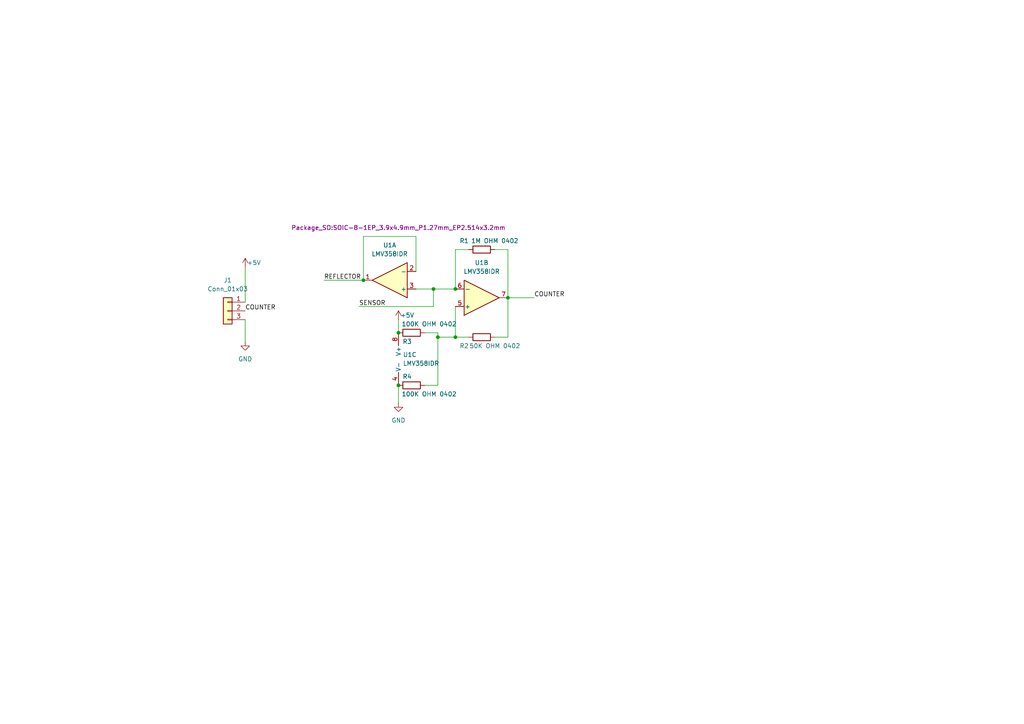
<source format=kicad_sch>
(kicad_sch (version 20211123) (generator eeschema)

  (uuid 3fcb9921-5a59-43ba-89c8-a847cc8de82e)

  (paper "A4")

  (lib_symbols
    (symbol "Amplifier_Operational:LMV358" (pin_names (offset 0.127)) (in_bom yes) (on_board yes)
      (property "Reference" "U" (id 0) (at 0 5.08 0)
        (effects (font (size 1.27 1.27)) (justify left))
      )
      (property "Value" "LMV358" (id 1) (at 0 -5.08 0)
        (effects (font (size 1.27 1.27)) (justify left))
      )
      (property "Footprint" "" (id 2) (at 0 0 0)
        (effects (font (size 1.27 1.27)) hide)
      )
      (property "Datasheet" "http://www.ti.com/lit/ds/symlink/lmv324.pdf" (id 3) (at 0 0 0)
        (effects (font (size 1.27 1.27)) hide)
      )
      (property "ki_locked" "" (id 4) (at 0 0 0)
        (effects (font (size 1.27 1.27)))
      )
      (property "ki_keywords" "single opamp" (id 5) (at 0 0 0)
        (effects (font (size 1.27 1.27)) hide)
      )
      (property "ki_description" "Dual Low-Voltage Rail-to-Rail Output Operational Amplifiers, SOIC-8/SSOP-8" (id 6) (at 0 0 0)
        (effects (font (size 1.27 1.27)) hide)
      )
      (property "ki_fp_filters" "SOIC*3.9x4.9mm*P1.27mm* DIP*W7.62mm* TO*99* OnSemi*Micro8* TSSOP*3x3mm*P0.65mm* TSSOP*4.4x3mm*P0.65mm* MSOP*3x3mm*P0.65mm* SSOP*3.9x4.9mm*P0.635mm* LFCSP*2x2mm*P0.5mm* *SIP* SOIC*5.3x6.2mm*P1.27mm*" (id 7) (at 0 0 0)
        (effects (font (size 1.27 1.27)) hide)
      )
      (symbol "LMV358_1_1"
        (polyline
          (pts
            (xy -5.08 5.08)
            (xy 5.08 0)
            (xy -5.08 -5.08)
            (xy -5.08 5.08)
          )
          (stroke (width 0.254) (type default) (color 0 0 0 0))
          (fill (type background))
        )
        (pin output line (at 7.62 0 180) (length 2.54)
          (name "~" (effects (font (size 1.27 1.27))))
          (number "1" (effects (font (size 1.27 1.27))))
        )
        (pin input line (at -7.62 -2.54 0) (length 2.54)
          (name "-" (effects (font (size 1.27 1.27))))
          (number "2" (effects (font (size 1.27 1.27))))
        )
        (pin input line (at -7.62 2.54 0) (length 2.54)
          (name "+" (effects (font (size 1.27 1.27))))
          (number "3" (effects (font (size 1.27 1.27))))
        )
      )
      (symbol "LMV358_2_1"
        (polyline
          (pts
            (xy -5.08 5.08)
            (xy 5.08 0)
            (xy -5.08 -5.08)
            (xy -5.08 5.08)
          )
          (stroke (width 0.254) (type default) (color 0 0 0 0))
          (fill (type background))
        )
        (pin input line (at -7.62 2.54 0) (length 2.54)
          (name "+" (effects (font (size 1.27 1.27))))
          (number "5" (effects (font (size 1.27 1.27))))
        )
        (pin input line (at -7.62 -2.54 0) (length 2.54)
          (name "-" (effects (font (size 1.27 1.27))))
          (number "6" (effects (font (size 1.27 1.27))))
        )
        (pin output line (at 7.62 0 180) (length 2.54)
          (name "~" (effects (font (size 1.27 1.27))))
          (number "7" (effects (font (size 1.27 1.27))))
        )
      )
      (symbol "LMV358_3_1"
        (pin power_in line (at -2.54 -7.62 90) (length 3.81)
          (name "V-" (effects (font (size 1.27 1.27))))
          (number "4" (effects (font (size 1.27 1.27))))
        )
        (pin power_in line (at -2.54 7.62 270) (length 3.81)
          (name "V+" (effects (font (size 1.27 1.27))))
          (number "8" (effects (font (size 1.27 1.27))))
        )
      )
    )
    (symbol "Connector_Generic:Conn_01x03" (pin_names (offset 1.016) hide) (in_bom yes) (on_board yes)
      (property "Reference" "J" (id 0) (at 0 5.08 0)
        (effects (font (size 1.27 1.27)))
      )
      (property "Value" "Conn_01x03" (id 1) (at 0 -5.08 0)
        (effects (font (size 1.27 1.27)))
      )
      (property "Footprint" "" (id 2) (at 0 0 0)
        (effects (font (size 1.27 1.27)) hide)
      )
      (property "Datasheet" "~" (id 3) (at 0 0 0)
        (effects (font (size 1.27 1.27)) hide)
      )
      (property "ki_keywords" "connector" (id 4) (at 0 0 0)
        (effects (font (size 1.27 1.27)) hide)
      )
      (property "ki_description" "Generic connector, single row, 01x03, script generated (kicad-library-utils/schlib/autogen/connector/)" (id 5) (at 0 0 0)
        (effects (font (size 1.27 1.27)) hide)
      )
      (property "ki_fp_filters" "Connector*:*_1x??_*" (id 6) (at 0 0 0)
        (effects (font (size 1.27 1.27)) hide)
      )
      (symbol "Conn_01x03_1_1"
        (rectangle (start -1.27 -2.413) (end 0 -2.667)
          (stroke (width 0.1524) (type default) (color 0 0 0 0))
          (fill (type none))
        )
        (rectangle (start -1.27 0.127) (end 0 -0.127)
          (stroke (width 0.1524) (type default) (color 0 0 0 0))
          (fill (type none))
        )
        (rectangle (start -1.27 2.667) (end 0 2.413)
          (stroke (width 0.1524) (type default) (color 0 0 0 0))
          (fill (type none))
        )
        (rectangle (start -1.27 3.81) (end 1.27 -3.81)
          (stroke (width 0.254) (type default) (color 0 0 0 0))
          (fill (type background))
        )
        (pin passive line (at -5.08 2.54 0) (length 3.81)
          (name "Pin_1" (effects (font (size 1.27 1.27))))
          (number "1" (effects (font (size 1.27 1.27))))
        )
        (pin passive line (at -5.08 0 0) (length 3.81)
          (name "Pin_2" (effects (font (size 1.27 1.27))))
          (number "2" (effects (font (size 1.27 1.27))))
        )
        (pin passive line (at -5.08 -2.54 0) (length 3.81)
          (name "Pin_3" (effects (font (size 1.27 1.27))))
          (number "3" (effects (font (size 1.27 1.27))))
        )
      )
    )
    (symbol "Device:R" (pin_numbers hide) (pin_names (offset 0)) (in_bom yes) (on_board yes)
      (property "Reference" "R" (id 0) (at 2.032 0 90)
        (effects (font (size 1.27 1.27)))
      )
      (property "Value" "R" (id 1) (at 0 0 90)
        (effects (font (size 1.27 1.27)))
      )
      (property "Footprint" "" (id 2) (at -1.778 0 90)
        (effects (font (size 1.27 1.27)) hide)
      )
      (property "Datasheet" "~" (id 3) (at 0 0 0)
        (effects (font (size 1.27 1.27)) hide)
      )
      (property "ki_keywords" "R res resistor" (id 4) (at 0 0 0)
        (effects (font (size 1.27 1.27)) hide)
      )
      (property "ki_description" "Resistor" (id 5) (at 0 0 0)
        (effects (font (size 1.27 1.27)) hide)
      )
      (property "ki_fp_filters" "R_*" (id 6) (at 0 0 0)
        (effects (font (size 1.27 1.27)) hide)
      )
      (symbol "R_0_1"
        (rectangle (start -1.016 -2.54) (end 1.016 2.54)
          (stroke (width 0.254) (type default) (color 0 0 0 0))
          (fill (type none))
        )
      )
      (symbol "R_1_1"
        (pin passive line (at 0 3.81 270) (length 1.27)
          (name "~" (effects (font (size 1.27 1.27))))
          (number "1" (effects (font (size 1.27 1.27))))
        )
        (pin passive line (at 0 -3.81 90) (length 1.27)
          (name "~" (effects (font (size 1.27 1.27))))
          (number "2" (effects (font (size 1.27 1.27))))
        )
      )
    )
    (symbol "power:+5V" (power) (pin_names (offset 0)) (in_bom yes) (on_board yes)
      (property "Reference" "#PWR" (id 0) (at 0 -3.81 0)
        (effects (font (size 1.27 1.27)) hide)
      )
      (property "Value" "+5V" (id 1) (at 0 3.556 0)
        (effects (font (size 1.27 1.27)))
      )
      (property "Footprint" "" (id 2) (at 0 0 0)
        (effects (font (size 1.27 1.27)) hide)
      )
      (property "Datasheet" "" (id 3) (at 0 0 0)
        (effects (font (size 1.27 1.27)) hide)
      )
      (property "ki_keywords" "power-flag" (id 4) (at 0 0 0)
        (effects (font (size 1.27 1.27)) hide)
      )
      (property "ki_description" "Power symbol creates a global label with name \"+5V\"" (id 5) (at 0 0 0)
        (effects (font (size 1.27 1.27)) hide)
      )
      (symbol "+5V_0_1"
        (polyline
          (pts
            (xy -0.762 1.27)
            (xy 0 2.54)
          )
          (stroke (width 0) (type default) (color 0 0 0 0))
          (fill (type none))
        )
        (polyline
          (pts
            (xy 0 0)
            (xy 0 2.54)
          )
          (stroke (width 0) (type default) (color 0 0 0 0))
          (fill (type none))
        )
        (polyline
          (pts
            (xy 0 2.54)
            (xy 0.762 1.27)
          )
          (stroke (width 0) (type default) (color 0 0 0 0))
          (fill (type none))
        )
      )
      (symbol "+5V_1_1"
        (pin power_in line (at 0 0 90) (length 0) hide
          (name "+5V" (effects (font (size 1.27 1.27))))
          (number "1" (effects (font (size 1.27 1.27))))
        )
      )
    )
    (symbol "power:GND" (power) (pin_names (offset 0)) (in_bom yes) (on_board yes)
      (property "Reference" "#PWR" (id 0) (at 0 -6.35 0)
        (effects (font (size 1.27 1.27)) hide)
      )
      (property "Value" "GND" (id 1) (at 0 -3.81 0)
        (effects (font (size 1.27 1.27)))
      )
      (property "Footprint" "" (id 2) (at 0 0 0)
        (effects (font (size 1.27 1.27)) hide)
      )
      (property "Datasheet" "" (id 3) (at 0 0 0)
        (effects (font (size 1.27 1.27)) hide)
      )
      (property "ki_keywords" "power-flag" (id 4) (at 0 0 0)
        (effects (font (size 1.27 1.27)) hide)
      )
      (property "ki_description" "Power symbol creates a global label with name \"GND\" , ground" (id 5) (at 0 0 0)
        (effects (font (size 1.27 1.27)) hide)
      )
      (symbol "GND_0_1"
        (polyline
          (pts
            (xy 0 0)
            (xy 0 -1.27)
            (xy 1.27 -1.27)
            (xy 0 -2.54)
            (xy -1.27 -1.27)
            (xy 0 -1.27)
          )
          (stroke (width 0) (type default) (color 0 0 0 0))
          (fill (type none))
        )
      )
      (symbol "GND_1_1"
        (pin power_in line (at 0 0 270) (length 0) hide
          (name "GND" (effects (font (size 1.27 1.27))))
          (number "1" (effects (font (size 1.27 1.27))))
        )
      )
    )
  )

  (junction (at 115.57 96.52) (diameter 0) (color 0 0 0 0)
    (uuid 59fd333a-45c8-4618-b89a-db59fbf08950)
  )
  (junction (at 127 97.79) (diameter 0) (color 0 0 0 0)
    (uuid 67b47347-65be-4783-a0a5-a1801934d026)
  )
  (junction (at 147.32 86.36) (diameter 0) (color 0 0 0 0)
    (uuid 8e086cf0-817a-4d83-bb74-7e87ef831127)
  )
  (junction (at 115.57 111.76) (diameter 0) (color 0 0 0 0)
    (uuid 96f51905-14e3-4efc-b967-2ec33e7812ad)
  )
  (junction (at 125.73 83.82) (diameter 0) (color 0 0 0 0)
    (uuid 997c4174-701c-465c-9f45-0d69026c3b2f)
  )
  (junction (at 132.08 97.79) (diameter 0) (color 0 0 0 0)
    (uuid b5497a62-9d70-4ae0-bdf0-924d11f00261)
  )
  (junction (at 105.41 81.28) (diameter 0) (color 0 0 0 0)
    (uuid c5bb40b5-9918-4348-b01a-b779a1dc49ec)
  )
  (junction (at 132.08 83.82) (diameter 0) (color 0 0 0 0)
    (uuid e072f79b-0580-4640-87eb-7069ee913b4b)
  )

  (wire (pts (xy 127 97.79) (xy 132.08 97.79))
    (stroke (width 0) (type default) (color 0 0 0 0))
    (uuid 047b8445-5061-4fc1-8502-0bfcb0afd04b)
  )
  (wire (pts (xy 93.98 81.28) (xy 105.41 81.28))
    (stroke (width 0) (type default) (color 0 0 0 0))
    (uuid 18260e56-10ea-4509-ae57-994c7a36949f)
  )
  (wire (pts (xy 105.41 68.58) (xy 120.65 68.58))
    (stroke (width 0) (type default) (color 0 0 0 0))
    (uuid 1c005bc5-cf58-4db4-b21a-a211f256e039)
  )
  (wire (pts (xy 104.14 88.9) (xy 125.73 88.9))
    (stroke (width 0) (type default) (color 0 0 0 0))
    (uuid 22c2d81c-9e74-4cfc-8541-74506f78c2e3)
  )
  (wire (pts (xy 127 97.79) (xy 127 96.52))
    (stroke (width 0) (type default) (color 0 0 0 0))
    (uuid 23275f2e-9937-4fa6-9ceb-b8e07b47f4a1)
  )
  (wire (pts (xy 125.73 83.82) (xy 125.73 88.9))
    (stroke (width 0) (type default) (color 0 0 0 0))
    (uuid 235f33f0-48de-4766-ad97-89b9eff6f1cf)
  )
  (wire (pts (xy 127 111.76) (xy 127 97.79))
    (stroke (width 0) (type default) (color 0 0 0 0))
    (uuid 27c373e4-0a47-4257-a42c-373714378f03)
  )
  (wire (pts (xy 123.19 111.76) (xy 127 111.76))
    (stroke (width 0) (type default) (color 0 0 0 0))
    (uuid 29e9e445-7915-4867-b263-7617f86089c4)
  )
  (wire (pts (xy 127 96.52) (xy 123.19 96.52))
    (stroke (width 0) (type default) (color 0 0 0 0))
    (uuid 39e4dfa7-5ce4-4a5a-ab02-f44568c17d40)
  )
  (wire (pts (xy 132.08 72.39) (xy 135.89 72.39))
    (stroke (width 0) (type default) (color 0 0 0 0))
    (uuid 3a021340-cbcd-4ae7-8aca-b0ac525d9bb1)
  )
  (wire (pts (xy 105.41 81.28) (xy 105.41 68.58))
    (stroke (width 0) (type default) (color 0 0 0 0))
    (uuid 3f1a3b7d-6707-444e-9f70-31d648af8545)
  )
  (wire (pts (xy 147.32 97.79) (xy 143.51 97.79))
    (stroke (width 0) (type default) (color 0 0 0 0))
    (uuid 49519f95-421d-4509-ad57-039190d95e32)
  )
  (wire (pts (xy 115.57 92.71) (xy 115.57 96.52))
    (stroke (width 0) (type default) (color 0 0 0 0))
    (uuid 5a6d1723-b954-459b-bac4-a9fe7d53abb1)
  )
  (wire (pts (xy 125.73 83.82) (xy 132.08 83.82))
    (stroke (width 0) (type default) (color 0 0 0 0))
    (uuid 61d75d0d-0be0-4bd6-8203-0cefee266435)
  )
  (wire (pts (xy 132.08 97.79) (xy 135.89 97.79))
    (stroke (width 0) (type default) (color 0 0 0 0))
    (uuid 6e1e36dc-266e-4860-a025-f93275be692e)
  )
  (wire (pts (xy 147.32 86.36) (xy 147.32 97.79))
    (stroke (width 0) (type default) (color 0 0 0 0))
    (uuid 744ee1f0-ac14-4613-8dbc-c22f77bfcf9c)
  )
  (wire (pts (xy 132.08 83.82) (xy 132.08 72.39))
    (stroke (width 0) (type default) (color 0 0 0 0))
    (uuid 7f42a568-a706-4855-b4fd-1f95f9eead26)
  )
  (wire (pts (xy 71.12 99.06) (xy 71.12 92.71))
    (stroke (width 0) (type default) (color 0 0 0 0))
    (uuid 7fd557e3-f82d-4877-8949-30d0aece8b54)
  )
  (wire (pts (xy 115.57 116.84) (xy 115.57 111.76))
    (stroke (width 0) (type default) (color 0 0 0 0))
    (uuid 80722400-06c1-4be9-bc75-71343444a66d)
  )
  (wire (pts (xy 147.32 72.39) (xy 143.51 72.39))
    (stroke (width 0) (type default) (color 0 0 0 0))
    (uuid 81613a65-fe20-4471-8c44-eb7bcfec6246)
  )
  (wire (pts (xy 147.32 86.36) (xy 147.32 72.39))
    (stroke (width 0) (type default) (color 0 0 0 0))
    (uuid 9073fca1-2454-4052-96cd-8152d5e44ce2)
  )
  (wire (pts (xy 120.65 83.82) (xy 125.73 83.82))
    (stroke (width 0) (type default) (color 0 0 0 0))
    (uuid a16f466a-f3cd-4e08-812a-9f6b7dc888b1)
  )
  (wire (pts (xy 120.65 68.58) (xy 120.65 78.74))
    (stroke (width 0) (type default) (color 0 0 0 0))
    (uuid c980b73f-fa5a-411a-a244-f039fd0acdc0)
  )
  (wire (pts (xy 132.08 88.9) (xy 132.08 97.79))
    (stroke (width 0) (type default) (color 0 0 0 0))
    (uuid dbd877b2-951f-430f-b3c3-2f9d7a9917c1)
  )
  (wire (pts (xy 71.12 77.47) (xy 71.12 87.63))
    (stroke (width 0) (type default) (color 0 0 0 0))
    (uuid e0e201f2-fbbd-4c3a-aed9-606351047e36)
  )
  (wire (pts (xy 154.94 86.36) (xy 147.32 86.36))
    (stroke (width 0) (type default) (color 0 0 0 0))
    (uuid ea0ebc4f-5838-4c37-b96a-8dce988e842d)
  )

  (label "COUNTER" (at 154.94 86.36 0)
    (effects (font (size 1.27 1.27)) (justify left bottom))
    (uuid 15ebe084-393c-42dc-a7e3-18e9f4a71fe5)
  )
  (label "SENSOR" (at 104.14 88.9 0)
    (effects (font (size 1.27 1.27)) (justify left bottom))
    (uuid 21ad64ad-2143-49ea-adba-b673677f2659)
  )
  (label "REFLECTOR" (at 93.98 81.28 0)
    (effects (font (size 1.27 1.27)) (justify left bottom))
    (uuid 3cc05ea7-189a-4ef0-a458-1b967c63ba67)
  )
  (label "COUNTER" (at 71.12 90.17 0)
    (effects (font (size 1.27 1.27)) (justify left bottom))
    (uuid 623331bd-0455-449c-a752-120490593a9e)
  )

  (symbol (lib_id "power:GND") (at 115.57 116.84 0) (unit 1)
    (in_bom yes) (on_board yes) (fields_autoplaced)
    (uuid 06ced3cb-2c3a-43a8-9599-1eeefd8ee7f4)
    (property "Reference" "#PWR0101" (id 0) (at 115.57 123.19 0)
      (effects (font (size 1.27 1.27)) hide)
    )
    (property "Value" "GND" (id 1) (at 115.57 121.92 0))
    (property "Footprint" "" (id 2) (at 115.57 116.84 0)
      (effects (font (size 1.27 1.27)) hide)
    )
    (property "Datasheet" "" (id 3) (at 115.57 116.84 0)
      (effects (font (size 1.27 1.27)) hide)
    )
    (pin "1" (uuid fd5690ec-bc6d-4ab1-aef5-54b08349fcd6))
  )

  (symbol (lib_id "Amplifier_Operational:LMV358") (at 113.03 81.28 180) (unit 1)
    (in_bom yes) (on_board yes)
    (uuid 1c6a99d4-5add-49d8-8b78-f75ab4e62e1d)
    (property "Reference" "U1" (id 0) (at 113.03 71.12 0))
    (property "Value" "LMV358IDR" (id 1) (at 113.03 73.66 0))
    (property "Footprint" "Package_SO:SOIC-8-1EP_3.9x4.9mm_P1.27mm_EP2.514x3.2mm" (id 2) (at 115.57 66.04 0))
    (property "Datasheet" "http://www.ti.com/lit/ds/symlink/lmv324.pdf" (id 3) (at 113.03 81.28 0)
      (effects (font (size 1.27 1.27)) hide)
    )
    (pin "1" (uuid b230be69-7dd0-4e55-ba31-5de12597a626))
    (pin "2" (uuid ce27c5fa-c7f4-42d5-8873-24ba3e027a79))
    (pin "3" (uuid a0ce6eaf-8534-4f80-b6a1-4ff8b54ee437))
    (pin "5" (uuid 1cf2cff8-9166-4b42-9356-290081d2f409))
    (pin "6" (uuid bf9f89a6-cb24-4151-a074-d1302cfb8a80))
    (pin "7" (uuid 81ced9b7-9c1d-4cd7-86af-8dd37d39815c))
    (pin "4" (uuid 5f555d77-8b5f-4263-b4cb-22c829f50bf1))
    (pin "8" (uuid 06aa854b-0c0b-4150-bb26-8cb93027ec80))
  )

  (symbol (lib_id "Amplifier_Operational:LMV358") (at 139.7 86.36 0) (mirror x) (unit 2)
    (in_bom yes) (on_board yes) (fields_autoplaced)
    (uuid 2eb43c2b-a559-4384-b450-86a670dda243)
    (property "Reference" "U1" (id 0) (at 139.7 76.2 0))
    (property "Value" "LMV358IDR" (id 1) (at 139.7 78.74 0))
    (property "Footprint" "Package_SO:SOIC-8-1EP_3.9x4.9mm_P1.27mm_EP2.514x3.2mm" (id 2) (at 139.7 86.36 0)
      (effects (font (size 1.27 1.27)) hide)
    )
    (property "Datasheet" "http://www.ti.com/lit/ds/symlink/lmv324.pdf" (id 3) (at 139.7 86.36 0)
      (effects (font (size 1.27 1.27)) hide)
    )
    (pin "1" (uuid 342123e4-16e8-4d1c-b576-7de1005b8503))
    (pin "2" (uuid 5c518ff8-0c44-48c1-9467-94b3b63a611c))
    (pin "3" (uuid 33339e56-a872-48c2-bb35-dda393429519))
    (pin "5" (uuid 5ee4f786-018e-4c75-8a86-5db5507a2722))
    (pin "6" (uuid 2e94b496-72e8-4123-b39a-4c91cbfbd996))
    (pin "7" (uuid f126a65c-be52-4261-a062-f21f7c76b7c7))
    (pin "4" (uuid a093c567-24aa-4b63-be78-6412d265959d))
    (pin "8" (uuid 3a8d2e85-2dc6-41a1-887a-e7a55366d5c7))
  )

  (symbol (lib_id "Device:R") (at 119.38 96.52 90) (unit 1)
    (in_bom yes) (on_board yes)
    (uuid 44214692-e211-4f62-b07a-9ccc12a647bd)
    (property "Reference" "R3" (id 0) (at 118.11 99.06 90))
    (property "Value" "100K OHM 0402" (id 1) (at 124.46 93.98 90))
    (property "Footprint" "Resistor_SMD:R_0402_1005Metric" (id 2) (at 119.38 98.298 90)
      (effects (font (size 1.27 1.27)) hide)
    )
    (property "Datasheet" "~" (id 3) (at 119.38 96.52 0)
      (effects (font (size 1.27 1.27)) hide)
    )
    (pin "1" (uuid e322cf47-f620-4017-8af3-5934501f78e6))
    (pin "2" (uuid 7bd9c707-2529-4f60-a330-827b7f9dd621))
  )

  (symbol (lib_id "Device:R") (at 119.38 111.76 90) (unit 1)
    (in_bom yes) (on_board yes)
    (uuid 48d093ba-32b2-4193-9461-44a331d72b91)
    (property "Reference" "R4" (id 0) (at 118.11 109.22 90))
    (property "Value" "100K OHM 0402" (id 1) (at 124.46 114.3 90))
    (property "Footprint" "Resistor_SMD:R_0402_1005Metric" (id 2) (at 119.38 113.538 90)
      (effects (font (size 1.27 1.27)) hide)
    )
    (property "Datasheet" "~" (id 3) (at 119.38 111.76 0)
      (effects (font (size 1.27 1.27)) hide)
    )
    (pin "1" (uuid 3abc41fe-2a59-49ad-b9d7-016faba0e54e))
    (pin "2" (uuid 0ed8affb-4b09-4b51-ad95-e00952bfdda9))
  )

  (symbol (lib_id "Connector_Generic:Conn_01x03") (at 66.04 90.17 0) (mirror y) (unit 1)
    (in_bom yes) (on_board yes) (fields_autoplaced)
    (uuid 4bf9b137-43be-4655-98c1-6880113ff531)
    (property "Reference" "J1" (id 0) (at 66.04 81.28 0))
    (property "Value" "Conn_01x03" (id 1) (at 66.04 83.82 0))
    (property "Footprint" "Connector_PinHeader_2.54mm:PinHeader_1x03_P2.54mm_Horizontal" (id 2) (at 66.04 90.17 0)
      (effects (font (size 1.27 1.27)) hide)
    )
    (property "Datasheet" "~" (id 3) (at 66.04 90.17 0)
      (effects (font (size 1.27 1.27)) hide)
    )
    (pin "1" (uuid b7ab04fa-2395-4c49-98bd-85a179efda2a))
    (pin "2" (uuid 4679db62-fd4c-45c4-a36c-a6ba0aa2b5cd))
    (pin "3" (uuid 595c605b-13f2-48dc-b4a0-c4856015b249))
  )

  (symbol (lib_id "power:+5V") (at 71.12 77.47 0) (unit 1)
    (in_bom yes) (on_board yes)
    (uuid 55b9dfe2-0c40-4cfa-af15-72c89edb00c4)
    (property "Reference" "#PWR0104" (id 0) (at 71.12 81.28 0)
      (effects (font (size 1.27 1.27)) hide)
    )
    (property "Value" "+5V" (id 1) (at 73.66 76.2 0))
    (property "Footprint" "" (id 2) (at 71.12 77.47 0)
      (effects (font (size 1.27 1.27)) hide)
    )
    (property "Datasheet" "" (id 3) (at 71.12 77.47 0)
      (effects (font (size 1.27 1.27)) hide)
    )
    (pin "1" (uuid 551acbc3-cf40-4544-95b7-537fcaf91446))
  )

  (symbol (lib_id "power:+5V") (at 115.57 92.71 0) (unit 1)
    (in_bom yes) (on_board yes)
    (uuid 56b6bccf-bb0e-4e26-879d-e7ab119cf1e2)
    (property "Reference" "#PWR0102" (id 0) (at 115.57 96.52 0)
      (effects (font (size 1.27 1.27)) hide)
    )
    (property "Value" "+5V" (id 1) (at 118.11 91.44 0))
    (property "Footprint" "" (id 2) (at 115.57 92.71 0)
      (effects (font (size 1.27 1.27)) hide)
    )
    (property "Datasheet" "" (id 3) (at 115.57 92.71 0)
      (effects (font (size 1.27 1.27)) hide)
    )
    (pin "1" (uuid f622bf84-749a-44dd-bc8c-e9dde86c40d8))
  )

  (symbol (lib_id "power:GND") (at 71.12 99.06 0) (unit 1)
    (in_bom yes) (on_board yes) (fields_autoplaced)
    (uuid 5e597b82-b9d3-4f6b-b4cc-2080ae690126)
    (property "Reference" "#PWR0103" (id 0) (at 71.12 105.41 0)
      (effects (font (size 1.27 1.27)) hide)
    )
    (property "Value" "GND" (id 1) (at 71.12 104.14 0))
    (property "Footprint" "" (id 2) (at 71.12 99.06 0)
      (effects (font (size 1.27 1.27)) hide)
    )
    (property "Datasheet" "" (id 3) (at 71.12 99.06 0)
      (effects (font (size 1.27 1.27)) hide)
    )
    (pin "1" (uuid c0f4c145-3998-493a-8bac-e5457ff26f03))
  )

  (symbol (lib_id "Device:R") (at 139.7 72.39 90) (unit 1)
    (in_bom yes) (on_board yes)
    (uuid 7eb0d049-79bd-4bb2-a13a-b3f3ec7f02e5)
    (property "Reference" "R1" (id 0) (at 134.62 69.85 90))
    (property "Value" "1M OHM 0402" (id 1) (at 143.51 69.85 90))
    (property "Footprint" "Resistor_SMD:R_0402_1005Metric" (id 2) (at 139.7 74.168 90)
      (effects (font (size 1.27 1.27)) hide)
    )
    (property "Datasheet" "~" (id 3) (at 139.7 72.39 0)
      (effects (font (size 1.27 1.27)) hide)
    )
    (pin "1" (uuid df576497-6f33-478c-a3da-933289cc3581))
    (pin "2" (uuid 99ad7061-d25d-467e-930e-d792bee70dd4))
  )

  (symbol (lib_id "Device:R") (at 139.7 97.79 90) (unit 1)
    (in_bom yes) (on_board yes)
    (uuid 94fea878-4222-4ca8-8160-44b4e8d87fae)
    (property "Reference" "R2" (id 0) (at 134.62 100.33 90))
    (property "Value" "50K OHM 0402" (id 1) (at 143.51 100.33 90))
    (property "Footprint" "Resistor_SMD:R_0402_1005Metric" (id 2) (at 139.7 99.568 90)
      (effects (font (size 1.27 1.27)) hide)
    )
    (property "Datasheet" "~" (id 3) (at 139.7 97.79 0)
      (effects (font (size 1.27 1.27)) hide)
    )
    (pin "1" (uuid 0b4f61e7-05e6-44c9-8f5b-2e11a1ecf6b6))
    (pin "2" (uuid 2e0434f7-a1dd-4510-9880-2e77f61a92f3))
  )

  (symbol (lib_id "Amplifier_Operational:LMV358") (at 118.11 104.14 0) (unit 3)
    (in_bom yes) (on_board yes) (fields_autoplaced)
    (uuid dc7d1856-f8ae-458d-a2b2-2b9e01fa8316)
    (property "Reference" "U1" (id 0) (at 116.84 102.8699 0)
      (effects (font (size 1.27 1.27)) (justify left))
    )
    (property "Value" "LMV358IDR" (id 1) (at 116.84 105.4099 0)
      (effects (font (size 1.27 1.27)) (justify left))
    )
    (property "Footprint" "Package_SO:SOIC-8-1EP_3.9x4.9mm_P1.27mm_EP2.514x3.2mm" (id 2) (at 118.11 104.14 0)
      (effects (font (size 1.27 1.27)) hide)
    )
    (property "Datasheet" "http://www.ti.com/lit/ds/symlink/lmv324.pdf" (id 3) (at 118.11 104.14 0)
      (effects (font (size 1.27 1.27)) hide)
    )
    (pin "1" (uuid f6b855b5-8457-4eae-9d12-a1acae949c4d))
    (pin "2" (uuid f9188088-fb44-4341-b726-c3fdce9e537f))
    (pin "3" (uuid 4342e2c5-defe-4a48-829e-8a8c16f16c38))
    (pin "5" (uuid b70da41b-f572-4236-846f-0e7549b36002))
    (pin "6" (uuid ef1c4566-78d0-48b6-8a87-0eee1f36a811))
    (pin "7" (uuid b2b6c67d-fd81-4216-8285-e3f89e125d47))
    (pin "4" (uuid ff832af3-7d7e-428f-8c93-36369fc9245c))
    (pin "8" (uuid b2435cd3-52d6-4256-8efd-826e46caa16d))
  )

  (sheet_instances
    (path "/" (page "1"))
  )

  (symbol_instances
    (path "/06ced3cb-2c3a-43a8-9599-1eeefd8ee7f4"
      (reference "#PWR0101") (unit 1) (value "GND") (footprint "")
    )
    (path "/56b6bccf-bb0e-4e26-879d-e7ab119cf1e2"
      (reference "#PWR0102") (unit 1) (value "+5V") (footprint "")
    )
    (path "/5e597b82-b9d3-4f6b-b4cc-2080ae690126"
      (reference "#PWR0103") (unit 1) (value "GND") (footprint "")
    )
    (path "/55b9dfe2-0c40-4cfa-af15-72c89edb00c4"
      (reference "#PWR0104") (unit 1) (value "+5V") (footprint "")
    )
    (path "/4bf9b137-43be-4655-98c1-6880113ff531"
      (reference "J1") (unit 1) (value "Conn_01x03") (footprint "Connector_PinHeader_2.54mm:PinHeader_1x03_P2.54mm_Horizontal")
    )
    (path "/7eb0d049-79bd-4bb2-a13a-b3f3ec7f02e5"
      (reference "R1") (unit 1) (value "1M OHM 0402") (footprint "Resistor_SMD:R_0402_1005Metric")
    )
    (path "/94fea878-4222-4ca8-8160-44b4e8d87fae"
      (reference "R2") (unit 1) (value "50K OHM 0402") (footprint "Resistor_SMD:R_0402_1005Metric")
    )
    (path "/44214692-e211-4f62-b07a-9ccc12a647bd"
      (reference "R3") (unit 1) (value "100K OHM 0402") (footprint "Resistor_SMD:R_0402_1005Metric")
    )
    (path "/48d093ba-32b2-4193-9461-44a331d72b91"
      (reference "R4") (unit 1) (value "100K OHM 0402") (footprint "Resistor_SMD:R_0402_1005Metric")
    )
    (path "/1c6a99d4-5add-49d8-8b78-f75ab4e62e1d"
      (reference "U1") (unit 1) (value "LMV358IDR") (footprint "Package_SO:SOIC-8-1EP_3.9x4.9mm_P1.27mm_EP2.514x3.2mm")
    )
    (path "/2eb43c2b-a559-4384-b450-86a670dda243"
      (reference "U1") (unit 2) (value "LMV358IDR") (footprint "Package_SO:SOIC-8-1EP_3.9x4.9mm_P1.27mm_EP2.514x3.2mm")
    )
    (path "/dc7d1856-f8ae-458d-a2b2-2b9e01fa8316"
      (reference "U1") (unit 3) (value "LMV358IDR") (footprint "Package_SO:SOIC-8-1EP_3.9x4.9mm_P1.27mm_EP2.514x3.2mm")
    )
  )
)

</source>
